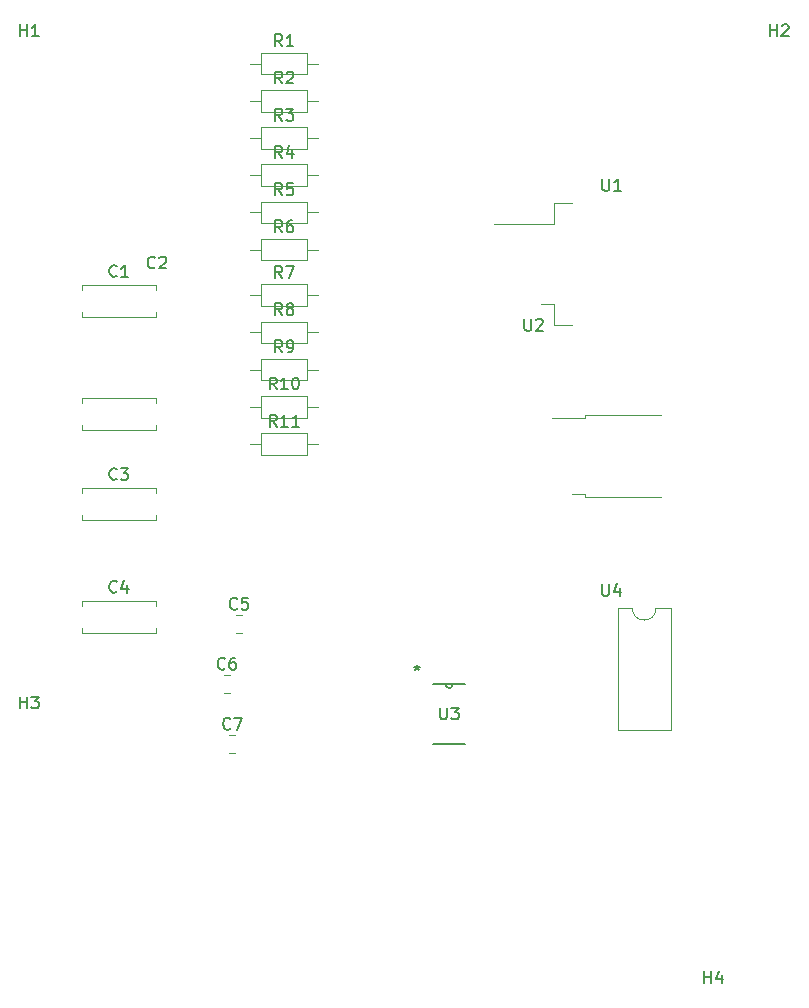
<source format=gbr>
%TF.GenerationSoftware,KiCad,Pcbnew,7.0.8*%
%TF.CreationDate,2023-11-23T12:05:59-03:00*%
%TF.ProjectId,design,64657369-676e-42e6-9b69-6361645f7063,rev?*%
%TF.SameCoordinates,Original*%
%TF.FileFunction,Legend,Top*%
%TF.FilePolarity,Positive*%
%FSLAX46Y46*%
G04 Gerber Fmt 4.6, Leading zero omitted, Abs format (unit mm)*
G04 Created by KiCad (PCBNEW 7.0.8) date 2023-11-23 12:05:59*
%MOMM*%
%LPD*%
G01*
G04 APERTURE LIST*
%ADD10C,0.150000*%
%ADD11C,0.152400*%
%ADD12C,0.120000*%
G04 APERTURE END LIST*
D10*
X144018095Y-113754819D02*
X144018095Y-114564342D01*
X144018095Y-114564342D02*
X144065714Y-114659580D01*
X144065714Y-114659580D02*
X144113333Y-114707200D01*
X144113333Y-114707200D02*
X144208571Y-114754819D01*
X144208571Y-114754819D02*
X144399047Y-114754819D01*
X144399047Y-114754819D02*
X144494285Y-114707200D01*
X144494285Y-114707200D02*
X144541904Y-114659580D01*
X144541904Y-114659580D02*
X144589523Y-114564342D01*
X144589523Y-114564342D02*
X144589523Y-113754819D01*
X144970476Y-113754819D02*
X145589523Y-113754819D01*
X145589523Y-113754819D02*
X145256190Y-114135771D01*
X145256190Y-114135771D02*
X145399047Y-114135771D01*
X145399047Y-114135771D02*
X145494285Y-114183390D01*
X145494285Y-114183390D02*
X145541904Y-114231009D01*
X145541904Y-114231009D02*
X145589523Y-114326247D01*
X145589523Y-114326247D02*
X145589523Y-114564342D01*
X145589523Y-114564342D02*
X145541904Y-114659580D01*
X145541904Y-114659580D02*
X145494285Y-114707200D01*
X145494285Y-114707200D02*
X145399047Y-114754819D01*
X145399047Y-114754819D02*
X145113333Y-114754819D01*
X145113333Y-114754819D02*
X145018095Y-114707200D01*
X145018095Y-114707200D02*
X144970476Y-114659580D01*
X142062200Y-110148019D02*
X142062200Y-110386114D01*
X141824105Y-110290876D02*
X142062200Y-110386114D01*
X142062200Y-110386114D02*
X142300295Y-110290876D01*
X141919343Y-110576590D02*
X142062200Y-110386114D01*
X142062200Y-110386114D02*
X142205057Y-110576590D01*
X142062200Y-110148019D02*
X142062200Y-110386114D01*
X141824105Y-110290876D02*
X142062200Y-110386114D01*
X142062200Y-110386114D02*
X142300295Y-110290876D01*
X141919343Y-110576590D02*
X142062200Y-110386114D01*
X142062200Y-110386114D02*
X142205057Y-110576590D01*
X116633333Y-103929580D02*
X116585714Y-103977200D01*
X116585714Y-103977200D02*
X116442857Y-104024819D01*
X116442857Y-104024819D02*
X116347619Y-104024819D01*
X116347619Y-104024819D02*
X116204762Y-103977200D01*
X116204762Y-103977200D02*
X116109524Y-103881961D01*
X116109524Y-103881961D02*
X116061905Y-103786723D01*
X116061905Y-103786723D02*
X116014286Y-103596247D01*
X116014286Y-103596247D02*
X116014286Y-103453390D01*
X116014286Y-103453390D02*
X116061905Y-103262914D01*
X116061905Y-103262914D02*
X116109524Y-103167676D01*
X116109524Y-103167676D02*
X116204762Y-103072438D01*
X116204762Y-103072438D02*
X116347619Y-103024819D01*
X116347619Y-103024819D02*
X116442857Y-103024819D01*
X116442857Y-103024819D02*
X116585714Y-103072438D01*
X116585714Y-103072438D02*
X116633333Y-103120057D01*
X117490476Y-103358152D02*
X117490476Y-104024819D01*
X117252381Y-102977200D02*
X117014286Y-103691485D01*
X117014286Y-103691485D02*
X117633333Y-103691485D01*
X116633333Y-94379580D02*
X116585714Y-94427200D01*
X116585714Y-94427200D02*
X116442857Y-94474819D01*
X116442857Y-94474819D02*
X116347619Y-94474819D01*
X116347619Y-94474819D02*
X116204762Y-94427200D01*
X116204762Y-94427200D02*
X116109524Y-94331961D01*
X116109524Y-94331961D02*
X116061905Y-94236723D01*
X116061905Y-94236723D02*
X116014286Y-94046247D01*
X116014286Y-94046247D02*
X116014286Y-93903390D01*
X116014286Y-93903390D02*
X116061905Y-93712914D01*
X116061905Y-93712914D02*
X116109524Y-93617676D01*
X116109524Y-93617676D02*
X116204762Y-93522438D01*
X116204762Y-93522438D02*
X116347619Y-93474819D01*
X116347619Y-93474819D02*
X116442857Y-93474819D01*
X116442857Y-93474819D02*
X116585714Y-93522438D01*
X116585714Y-93522438D02*
X116633333Y-93570057D01*
X116966667Y-93474819D02*
X117585714Y-93474819D01*
X117585714Y-93474819D02*
X117252381Y-93855771D01*
X117252381Y-93855771D02*
X117395238Y-93855771D01*
X117395238Y-93855771D02*
X117490476Y-93903390D01*
X117490476Y-93903390D02*
X117538095Y-93951009D01*
X117538095Y-93951009D02*
X117585714Y-94046247D01*
X117585714Y-94046247D02*
X117585714Y-94284342D01*
X117585714Y-94284342D02*
X117538095Y-94379580D01*
X117538095Y-94379580D02*
X117490476Y-94427200D01*
X117490476Y-94427200D02*
X117395238Y-94474819D01*
X117395238Y-94474819D02*
X117109524Y-94474819D01*
X117109524Y-94474819D02*
X117014286Y-94427200D01*
X117014286Y-94427200D02*
X116966667Y-94379580D01*
X116633333Y-77209580D02*
X116585714Y-77257200D01*
X116585714Y-77257200D02*
X116442857Y-77304819D01*
X116442857Y-77304819D02*
X116347619Y-77304819D01*
X116347619Y-77304819D02*
X116204762Y-77257200D01*
X116204762Y-77257200D02*
X116109524Y-77161961D01*
X116109524Y-77161961D02*
X116061905Y-77066723D01*
X116061905Y-77066723D02*
X116014286Y-76876247D01*
X116014286Y-76876247D02*
X116014286Y-76733390D01*
X116014286Y-76733390D02*
X116061905Y-76542914D01*
X116061905Y-76542914D02*
X116109524Y-76447676D01*
X116109524Y-76447676D02*
X116204762Y-76352438D01*
X116204762Y-76352438D02*
X116347619Y-76304819D01*
X116347619Y-76304819D02*
X116442857Y-76304819D01*
X116442857Y-76304819D02*
X116585714Y-76352438D01*
X116585714Y-76352438D02*
X116633333Y-76400057D01*
X117585714Y-77304819D02*
X117014286Y-77304819D01*
X117300000Y-77304819D02*
X117300000Y-76304819D01*
X117300000Y-76304819D02*
X117204762Y-76447676D01*
X117204762Y-76447676D02*
X117109524Y-76542914D01*
X117109524Y-76542914D02*
X117014286Y-76590533D01*
X130167142Y-89974819D02*
X129833809Y-89498628D01*
X129595714Y-89974819D02*
X129595714Y-88974819D01*
X129595714Y-88974819D02*
X129976666Y-88974819D01*
X129976666Y-88974819D02*
X130071904Y-89022438D01*
X130071904Y-89022438D02*
X130119523Y-89070057D01*
X130119523Y-89070057D02*
X130167142Y-89165295D01*
X130167142Y-89165295D02*
X130167142Y-89308152D01*
X130167142Y-89308152D02*
X130119523Y-89403390D01*
X130119523Y-89403390D02*
X130071904Y-89451009D01*
X130071904Y-89451009D02*
X129976666Y-89498628D01*
X129976666Y-89498628D02*
X129595714Y-89498628D01*
X131119523Y-89974819D02*
X130548095Y-89974819D01*
X130833809Y-89974819D02*
X130833809Y-88974819D01*
X130833809Y-88974819D02*
X130738571Y-89117676D01*
X130738571Y-89117676D02*
X130643333Y-89212914D01*
X130643333Y-89212914D02*
X130548095Y-89260533D01*
X132071904Y-89974819D02*
X131500476Y-89974819D01*
X131786190Y-89974819D02*
X131786190Y-88974819D01*
X131786190Y-88974819D02*
X131690952Y-89117676D01*
X131690952Y-89117676D02*
X131595714Y-89212914D01*
X131595714Y-89212914D02*
X131500476Y-89260533D01*
X130167142Y-86824819D02*
X129833809Y-86348628D01*
X129595714Y-86824819D02*
X129595714Y-85824819D01*
X129595714Y-85824819D02*
X129976666Y-85824819D01*
X129976666Y-85824819D02*
X130071904Y-85872438D01*
X130071904Y-85872438D02*
X130119523Y-85920057D01*
X130119523Y-85920057D02*
X130167142Y-86015295D01*
X130167142Y-86015295D02*
X130167142Y-86158152D01*
X130167142Y-86158152D02*
X130119523Y-86253390D01*
X130119523Y-86253390D02*
X130071904Y-86301009D01*
X130071904Y-86301009D02*
X129976666Y-86348628D01*
X129976666Y-86348628D02*
X129595714Y-86348628D01*
X131119523Y-86824819D02*
X130548095Y-86824819D01*
X130833809Y-86824819D02*
X130833809Y-85824819D01*
X130833809Y-85824819D02*
X130738571Y-85967676D01*
X130738571Y-85967676D02*
X130643333Y-86062914D01*
X130643333Y-86062914D02*
X130548095Y-86110533D01*
X131738571Y-85824819D02*
X131833809Y-85824819D01*
X131833809Y-85824819D02*
X131929047Y-85872438D01*
X131929047Y-85872438D02*
X131976666Y-85920057D01*
X131976666Y-85920057D02*
X132024285Y-86015295D01*
X132024285Y-86015295D02*
X132071904Y-86205771D01*
X132071904Y-86205771D02*
X132071904Y-86443866D01*
X132071904Y-86443866D02*
X132024285Y-86634342D01*
X132024285Y-86634342D02*
X131976666Y-86729580D01*
X131976666Y-86729580D02*
X131929047Y-86777200D01*
X131929047Y-86777200D02*
X131833809Y-86824819D01*
X131833809Y-86824819D02*
X131738571Y-86824819D01*
X131738571Y-86824819D02*
X131643333Y-86777200D01*
X131643333Y-86777200D02*
X131595714Y-86729580D01*
X131595714Y-86729580D02*
X131548095Y-86634342D01*
X131548095Y-86634342D02*
X131500476Y-86443866D01*
X131500476Y-86443866D02*
X131500476Y-86205771D01*
X131500476Y-86205771D02*
X131548095Y-86015295D01*
X131548095Y-86015295D02*
X131595714Y-85920057D01*
X131595714Y-85920057D02*
X131643333Y-85872438D01*
X131643333Y-85872438D02*
X131738571Y-85824819D01*
X130643333Y-83674819D02*
X130310000Y-83198628D01*
X130071905Y-83674819D02*
X130071905Y-82674819D01*
X130071905Y-82674819D02*
X130452857Y-82674819D01*
X130452857Y-82674819D02*
X130548095Y-82722438D01*
X130548095Y-82722438D02*
X130595714Y-82770057D01*
X130595714Y-82770057D02*
X130643333Y-82865295D01*
X130643333Y-82865295D02*
X130643333Y-83008152D01*
X130643333Y-83008152D02*
X130595714Y-83103390D01*
X130595714Y-83103390D02*
X130548095Y-83151009D01*
X130548095Y-83151009D02*
X130452857Y-83198628D01*
X130452857Y-83198628D02*
X130071905Y-83198628D01*
X131119524Y-83674819D02*
X131310000Y-83674819D01*
X131310000Y-83674819D02*
X131405238Y-83627200D01*
X131405238Y-83627200D02*
X131452857Y-83579580D01*
X131452857Y-83579580D02*
X131548095Y-83436723D01*
X131548095Y-83436723D02*
X131595714Y-83246247D01*
X131595714Y-83246247D02*
X131595714Y-82865295D01*
X131595714Y-82865295D02*
X131548095Y-82770057D01*
X131548095Y-82770057D02*
X131500476Y-82722438D01*
X131500476Y-82722438D02*
X131405238Y-82674819D01*
X131405238Y-82674819D02*
X131214762Y-82674819D01*
X131214762Y-82674819D02*
X131119524Y-82722438D01*
X131119524Y-82722438D02*
X131071905Y-82770057D01*
X131071905Y-82770057D02*
X131024286Y-82865295D01*
X131024286Y-82865295D02*
X131024286Y-83103390D01*
X131024286Y-83103390D02*
X131071905Y-83198628D01*
X131071905Y-83198628D02*
X131119524Y-83246247D01*
X131119524Y-83246247D02*
X131214762Y-83293866D01*
X131214762Y-83293866D02*
X131405238Y-83293866D01*
X131405238Y-83293866D02*
X131500476Y-83246247D01*
X131500476Y-83246247D02*
X131548095Y-83198628D01*
X131548095Y-83198628D02*
X131595714Y-83103390D01*
X130643333Y-80524819D02*
X130310000Y-80048628D01*
X130071905Y-80524819D02*
X130071905Y-79524819D01*
X130071905Y-79524819D02*
X130452857Y-79524819D01*
X130452857Y-79524819D02*
X130548095Y-79572438D01*
X130548095Y-79572438D02*
X130595714Y-79620057D01*
X130595714Y-79620057D02*
X130643333Y-79715295D01*
X130643333Y-79715295D02*
X130643333Y-79858152D01*
X130643333Y-79858152D02*
X130595714Y-79953390D01*
X130595714Y-79953390D02*
X130548095Y-80001009D01*
X130548095Y-80001009D02*
X130452857Y-80048628D01*
X130452857Y-80048628D02*
X130071905Y-80048628D01*
X131214762Y-79953390D02*
X131119524Y-79905771D01*
X131119524Y-79905771D02*
X131071905Y-79858152D01*
X131071905Y-79858152D02*
X131024286Y-79762914D01*
X131024286Y-79762914D02*
X131024286Y-79715295D01*
X131024286Y-79715295D02*
X131071905Y-79620057D01*
X131071905Y-79620057D02*
X131119524Y-79572438D01*
X131119524Y-79572438D02*
X131214762Y-79524819D01*
X131214762Y-79524819D02*
X131405238Y-79524819D01*
X131405238Y-79524819D02*
X131500476Y-79572438D01*
X131500476Y-79572438D02*
X131548095Y-79620057D01*
X131548095Y-79620057D02*
X131595714Y-79715295D01*
X131595714Y-79715295D02*
X131595714Y-79762914D01*
X131595714Y-79762914D02*
X131548095Y-79858152D01*
X131548095Y-79858152D02*
X131500476Y-79905771D01*
X131500476Y-79905771D02*
X131405238Y-79953390D01*
X131405238Y-79953390D02*
X131214762Y-79953390D01*
X131214762Y-79953390D02*
X131119524Y-80001009D01*
X131119524Y-80001009D02*
X131071905Y-80048628D01*
X131071905Y-80048628D02*
X131024286Y-80143866D01*
X131024286Y-80143866D02*
X131024286Y-80334342D01*
X131024286Y-80334342D02*
X131071905Y-80429580D01*
X131071905Y-80429580D02*
X131119524Y-80477200D01*
X131119524Y-80477200D02*
X131214762Y-80524819D01*
X131214762Y-80524819D02*
X131405238Y-80524819D01*
X131405238Y-80524819D02*
X131500476Y-80477200D01*
X131500476Y-80477200D02*
X131548095Y-80429580D01*
X131548095Y-80429580D02*
X131595714Y-80334342D01*
X131595714Y-80334342D02*
X131595714Y-80143866D01*
X131595714Y-80143866D02*
X131548095Y-80048628D01*
X131548095Y-80048628D02*
X131500476Y-80001009D01*
X131500476Y-80001009D02*
X131405238Y-79953390D01*
X130643333Y-77374819D02*
X130310000Y-76898628D01*
X130071905Y-77374819D02*
X130071905Y-76374819D01*
X130071905Y-76374819D02*
X130452857Y-76374819D01*
X130452857Y-76374819D02*
X130548095Y-76422438D01*
X130548095Y-76422438D02*
X130595714Y-76470057D01*
X130595714Y-76470057D02*
X130643333Y-76565295D01*
X130643333Y-76565295D02*
X130643333Y-76708152D01*
X130643333Y-76708152D02*
X130595714Y-76803390D01*
X130595714Y-76803390D02*
X130548095Y-76851009D01*
X130548095Y-76851009D02*
X130452857Y-76898628D01*
X130452857Y-76898628D02*
X130071905Y-76898628D01*
X130976667Y-76374819D02*
X131643333Y-76374819D01*
X131643333Y-76374819D02*
X131214762Y-77374819D01*
X166365595Y-137084819D02*
X166365595Y-136084819D01*
X166365595Y-136561009D02*
X166937023Y-136561009D01*
X166937023Y-137084819D02*
X166937023Y-136084819D01*
X167841785Y-136418152D02*
X167841785Y-137084819D01*
X167603690Y-136037200D02*
X167365595Y-136751485D01*
X167365595Y-136751485D02*
X167984642Y-136751485D01*
X108458095Y-113824819D02*
X108458095Y-112824819D01*
X108458095Y-113301009D02*
X109029523Y-113301009D01*
X109029523Y-113824819D02*
X109029523Y-112824819D01*
X109410476Y-112824819D02*
X110029523Y-112824819D01*
X110029523Y-112824819D02*
X109696190Y-113205771D01*
X109696190Y-113205771D02*
X109839047Y-113205771D01*
X109839047Y-113205771D02*
X109934285Y-113253390D01*
X109934285Y-113253390D02*
X109981904Y-113301009D01*
X109981904Y-113301009D02*
X110029523Y-113396247D01*
X110029523Y-113396247D02*
X110029523Y-113634342D01*
X110029523Y-113634342D02*
X109981904Y-113729580D01*
X109981904Y-113729580D02*
X109934285Y-113777200D01*
X109934285Y-113777200D02*
X109839047Y-113824819D01*
X109839047Y-113824819D02*
X109553333Y-113824819D01*
X109553333Y-113824819D02*
X109458095Y-113777200D01*
X109458095Y-113777200D02*
X109410476Y-113729580D01*
X171958095Y-56914819D02*
X171958095Y-55914819D01*
X171958095Y-56391009D02*
X172529523Y-56391009D01*
X172529523Y-56914819D02*
X172529523Y-55914819D01*
X172958095Y-56010057D02*
X173005714Y-55962438D01*
X173005714Y-55962438D02*
X173100952Y-55914819D01*
X173100952Y-55914819D02*
X173339047Y-55914819D01*
X173339047Y-55914819D02*
X173434285Y-55962438D01*
X173434285Y-55962438D02*
X173481904Y-56010057D01*
X173481904Y-56010057D02*
X173529523Y-56105295D01*
X173529523Y-56105295D02*
X173529523Y-56200533D01*
X173529523Y-56200533D02*
X173481904Y-56343390D01*
X173481904Y-56343390D02*
X172910476Y-56914819D01*
X172910476Y-56914819D02*
X173529523Y-56914819D01*
X108458095Y-56914819D02*
X108458095Y-55914819D01*
X108458095Y-56391009D02*
X109029523Y-56391009D01*
X109029523Y-56914819D02*
X109029523Y-55914819D01*
X110029523Y-56914819D02*
X109458095Y-56914819D01*
X109743809Y-56914819D02*
X109743809Y-55914819D01*
X109743809Y-55914819D02*
X109648571Y-56057676D01*
X109648571Y-56057676D02*
X109553333Y-56152914D01*
X109553333Y-56152914D02*
X109458095Y-56200533D01*
X126260833Y-115519580D02*
X126213214Y-115567200D01*
X126213214Y-115567200D02*
X126070357Y-115614819D01*
X126070357Y-115614819D02*
X125975119Y-115614819D01*
X125975119Y-115614819D02*
X125832262Y-115567200D01*
X125832262Y-115567200D02*
X125737024Y-115471961D01*
X125737024Y-115471961D02*
X125689405Y-115376723D01*
X125689405Y-115376723D02*
X125641786Y-115186247D01*
X125641786Y-115186247D02*
X125641786Y-115043390D01*
X125641786Y-115043390D02*
X125689405Y-114852914D01*
X125689405Y-114852914D02*
X125737024Y-114757676D01*
X125737024Y-114757676D02*
X125832262Y-114662438D01*
X125832262Y-114662438D02*
X125975119Y-114614819D01*
X125975119Y-114614819D02*
X126070357Y-114614819D01*
X126070357Y-114614819D02*
X126213214Y-114662438D01*
X126213214Y-114662438D02*
X126260833Y-114710057D01*
X126594167Y-114614819D02*
X127260833Y-114614819D01*
X127260833Y-114614819D02*
X126832262Y-115614819D01*
X125795833Y-110439580D02*
X125748214Y-110487200D01*
X125748214Y-110487200D02*
X125605357Y-110534819D01*
X125605357Y-110534819D02*
X125510119Y-110534819D01*
X125510119Y-110534819D02*
X125367262Y-110487200D01*
X125367262Y-110487200D02*
X125272024Y-110391961D01*
X125272024Y-110391961D02*
X125224405Y-110296723D01*
X125224405Y-110296723D02*
X125176786Y-110106247D01*
X125176786Y-110106247D02*
X125176786Y-109963390D01*
X125176786Y-109963390D02*
X125224405Y-109772914D01*
X125224405Y-109772914D02*
X125272024Y-109677676D01*
X125272024Y-109677676D02*
X125367262Y-109582438D01*
X125367262Y-109582438D02*
X125510119Y-109534819D01*
X125510119Y-109534819D02*
X125605357Y-109534819D01*
X125605357Y-109534819D02*
X125748214Y-109582438D01*
X125748214Y-109582438D02*
X125795833Y-109630057D01*
X126652976Y-109534819D02*
X126462500Y-109534819D01*
X126462500Y-109534819D02*
X126367262Y-109582438D01*
X126367262Y-109582438D02*
X126319643Y-109630057D01*
X126319643Y-109630057D02*
X126224405Y-109772914D01*
X126224405Y-109772914D02*
X126176786Y-109963390D01*
X126176786Y-109963390D02*
X126176786Y-110344342D01*
X126176786Y-110344342D02*
X126224405Y-110439580D01*
X126224405Y-110439580D02*
X126272024Y-110487200D01*
X126272024Y-110487200D02*
X126367262Y-110534819D01*
X126367262Y-110534819D02*
X126557738Y-110534819D01*
X126557738Y-110534819D02*
X126652976Y-110487200D01*
X126652976Y-110487200D02*
X126700595Y-110439580D01*
X126700595Y-110439580D02*
X126748214Y-110344342D01*
X126748214Y-110344342D02*
X126748214Y-110106247D01*
X126748214Y-110106247D02*
X126700595Y-110011009D01*
X126700595Y-110011009D02*
X126652976Y-109963390D01*
X126652976Y-109963390D02*
X126557738Y-109915771D01*
X126557738Y-109915771D02*
X126367262Y-109915771D01*
X126367262Y-109915771D02*
X126272024Y-109963390D01*
X126272024Y-109963390D02*
X126224405Y-110011009D01*
X126224405Y-110011009D02*
X126176786Y-110106247D01*
X126833333Y-105359580D02*
X126785714Y-105407200D01*
X126785714Y-105407200D02*
X126642857Y-105454819D01*
X126642857Y-105454819D02*
X126547619Y-105454819D01*
X126547619Y-105454819D02*
X126404762Y-105407200D01*
X126404762Y-105407200D02*
X126309524Y-105311961D01*
X126309524Y-105311961D02*
X126261905Y-105216723D01*
X126261905Y-105216723D02*
X126214286Y-105026247D01*
X126214286Y-105026247D02*
X126214286Y-104883390D01*
X126214286Y-104883390D02*
X126261905Y-104692914D01*
X126261905Y-104692914D02*
X126309524Y-104597676D01*
X126309524Y-104597676D02*
X126404762Y-104502438D01*
X126404762Y-104502438D02*
X126547619Y-104454819D01*
X126547619Y-104454819D02*
X126642857Y-104454819D01*
X126642857Y-104454819D02*
X126785714Y-104502438D01*
X126785714Y-104502438D02*
X126833333Y-104550057D01*
X127738095Y-104454819D02*
X127261905Y-104454819D01*
X127261905Y-104454819D02*
X127214286Y-104931009D01*
X127214286Y-104931009D02*
X127261905Y-104883390D01*
X127261905Y-104883390D02*
X127357143Y-104835771D01*
X127357143Y-104835771D02*
X127595238Y-104835771D01*
X127595238Y-104835771D02*
X127690476Y-104883390D01*
X127690476Y-104883390D02*
X127738095Y-104931009D01*
X127738095Y-104931009D02*
X127785714Y-105026247D01*
X127785714Y-105026247D02*
X127785714Y-105264342D01*
X127785714Y-105264342D02*
X127738095Y-105359580D01*
X127738095Y-105359580D02*
X127690476Y-105407200D01*
X127690476Y-105407200D02*
X127595238Y-105454819D01*
X127595238Y-105454819D02*
X127357143Y-105454819D01*
X127357143Y-105454819D02*
X127261905Y-105407200D01*
X127261905Y-105407200D02*
X127214286Y-105359580D01*
X119870833Y-76479580D02*
X119823214Y-76527200D01*
X119823214Y-76527200D02*
X119680357Y-76574819D01*
X119680357Y-76574819D02*
X119585119Y-76574819D01*
X119585119Y-76574819D02*
X119442262Y-76527200D01*
X119442262Y-76527200D02*
X119347024Y-76431961D01*
X119347024Y-76431961D02*
X119299405Y-76336723D01*
X119299405Y-76336723D02*
X119251786Y-76146247D01*
X119251786Y-76146247D02*
X119251786Y-76003390D01*
X119251786Y-76003390D02*
X119299405Y-75812914D01*
X119299405Y-75812914D02*
X119347024Y-75717676D01*
X119347024Y-75717676D02*
X119442262Y-75622438D01*
X119442262Y-75622438D02*
X119585119Y-75574819D01*
X119585119Y-75574819D02*
X119680357Y-75574819D01*
X119680357Y-75574819D02*
X119823214Y-75622438D01*
X119823214Y-75622438D02*
X119870833Y-75670057D01*
X120251786Y-75670057D02*
X120299405Y-75622438D01*
X120299405Y-75622438D02*
X120394643Y-75574819D01*
X120394643Y-75574819D02*
X120632738Y-75574819D01*
X120632738Y-75574819D02*
X120727976Y-75622438D01*
X120727976Y-75622438D02*
X120775595Y-75670057D01*
X120775595Y-75670057D02*
X120823214Y-75765295D01*
X120823214Y-75765295D02*
X120823214Y-75860533D01*
X120823214Y-75860533D02*
X120775595Y-76003390D01*
X120775595Y-76003390D02*
X120204167Y-76574819D01*
X120204167Y-76574819D02*
X120823214Y-76574819D01*
X157733095Y-103299819D02*
X157733095Y-104109342D01*
X157733095Y-104109342D02*
X157780714Y-104204580D01*
X157780714Y-104204580D02*
X157828333Y-104252200D01*
X157828333Y-104252200D02*
X157923571Y-104299819D01*
X157923571Y-104299819D02*
X158114047Y-104299819D01*
X158114047Y-104299819D02*
X158209285Y-104252200D01*
X158209285Y-104252200D02*
X158256904Y-104204580D01*
X158256904Y-104204580D02*
X158304523Y-104109342D01*
X158304523Y-104109342D02*
X158304523Y-103299819D01*
X159209285Y-103633152D02*
X159209285Y-104299819D01*
X158971190Y-103252200D02*
X158733095Y-103966485D01*
X158733095Y-103966485D02*
X159352142Y-103966485D01*
X151153095Y-80849819D02*
X151153095Y-81659342D01*
X151153095Y-81659342D02*
X151200714Y-81754580D01*
X151200714Y-81754580D02*
X151248333Y-81802200D01*
X151248333Y-81802200D02*
X151343571Y-81849819D01*
X151343571Y-81849819D02*
X151534047Y-81849819D01*
X151534047Y-81849819D02*
X151629285Y-81802200D01*
X151629285Y-81802200D02*
X151676904Y-81754580D01*
X151676904Y-81754580D02*
X151724523Y-81659342D01*
X151724523Y-81659342D02*
X151724523Y-80849819D01*
X152153095Y-80945057D02*
X152200714Y-80897438D01*
X152200714Y-80897438D02*
X152295952Y-80849819D01*
X152295952Y-80849819D02*
X152534047Y-80849819D01*
X152534047Y-80849819D02*
X152629285Y-80897438D01*
X152629285Y-80897438D02*
X152676904Y-80945057D01*
X152676904Y-80945057D02*
X152724523Y-81040295D01*
X152724523Y-81040295D02*
X152724523Y-81135533D01*
X152724523Y-81135533D02*
X152676904Y-81278390D01*
X152676904Y-81278390D02*
X152105476Y-81849819D01*
X152105476Y-81849819D02*
X152724523Y-81849819D01*
X157758095Y-69004819D02*
X157758095Y-69814342D01*
X157758095Y-69814342D02*
X157805714Y-69909580D01*
X157805714Y-69909580D02*
X157853333Y-69957200D01*
X157853333Y-69957200D02*
X157948571Y-70004819D01*
X157948571Y-70004819D02*
X158139047Y-70004819D01*
X158139047Y-70004819D02*
X158234285Y-69957200D01*
X158234285Y-69957200D02*
X158281904Y-69909580D01*
X158281904Y-69909580D02*
X158329523Y-69814342D01*
X158329523Y-69814342D02*
X158329523Y-69004819D01*
X159329523Y-70004819D02*
X158758095Y-70004819D01*
X159043809Y-70004819D02*
X159043809Y-69004819D01*
X159043809Y-69004819D02*
X158948571Y-69147676D01*
X158948571Y-69147676D02*
X158853333Y-69242914D01*
X158853333Y-69242914D02*
X158758095Y-69290533D01*
X130643333Y-73514819D02*
X130310000Y-73038628D01*
X130071905Y-73514819D02*
X130071905Y-72514819D01*
X130071905Y-72514819D02*
X130452857Y-72514819D01*
X130452857Y-72514819D02*
X130548095Y-72562438D01*
X130548095Y-72562438D02*
X130595714Y-72610057D01*
X130595714Y-72610057D02*
X130643333Y-72705295D01*
X130643333Y-72705295D02*
X130643333Y-72848152D01*
X130643333Y-72848152D02*
X130595714Y-72943390D01*
X130595714Y-72943390D02*
X130548095Y-72991009D01*
X130548095Y-72991009D02*
X130452857Y-73038628D01*
X130452857Y-73038628D02*
X130071905Y-73038628D01*
X131500476Y-72514819D02*
X131310000Y-72514819D01*
X131310000Y-72514819D02*
X131214762Y-72562438D01*
X131214762Y-72562438D02*
X131167143Y-72610057D01*
X131167143Y-72610057D02*
X131071905Y-72752914D01*
X131071905Y-72752914D02*
X131024286Y-72943390D01*
X131024286Y-72943390D02*
X131024286Y-73324342D01*
X131024286Y-73324342D02*
X131071905Y-73419580D01*
X131071905Y-73419580D02*
X131119524Y-73467200D01*
X131119524Y-73467200D02*
X131214762Y-73514819D01*
X131214762Y-73514819D02*
X131405238Y-73514819D01*
X131405238Y-73514819D02*
X131500476Y-73467200D01*
X131500476Y-73467200D02*
X131548095Y-73419580D01*
X131548095Y-73419580D02*
X131595714Y-73324342D01*
X131595714Y-73324342D02*
X131595714Y-73086247D01*
X131595714Y-73086247D02*
X131548095Y-72991009D01*
X131548095Y-72991009D02*
X131500476Y-72943390D01*
X131500476Y-72943390D02*
X131405238Y-72895771D01*
X131405238Y-72895771D02*
X131214762Y-72895771D01*
X131214762Y-72895771D02*
X131119524Y-72943390D01*
X131119524Y-72943390D02*
X131071905Y-72991009D01*
X131071905Y-72991009D02*
X131024286Y-73086247D01*
X130643333Y-70364819D02*
X130310000Y-69888628D01*
X130071905Y-70364819D02*
X130071905Y-69364819D01*
X130071905Y-69364819D02*
X130452857Y-69364819D01*
X130452857Y-69364819D02*
X130548095Y-69412438D01*
X130548095Y-69412438D02*
X130595714Y-69460057D01*
X130595714Y-69460057D02*
X130643333Y-69555295D01*
X130643333Y-69555295D02*
X130643333Y-69698152D01*
X130643333Y-69698152D02*
X130595714Y-69793390D01*
X130595714Y-69793390D02*
X130548095Y-69841009D01*
X130548095Y-69841009D02*
X130452857Y-69888628D01*
X130452857Y-69888628D02*
X130071905Y-69888628D01*
X131548095Y-69364819D02*
X131071905Y-69364819D01*
X131071905Y-69364819D02*
X131024286Y-69841009D01*
X131024286Y-69841009D02*
X131071905Y-69793390D01*
X131071905Y-69793390D02*
X131167143Y-69745771D01*
X131167143Y-69745771D02*
X131405238Y-69745771D01*
X131405238Y-69745771D02*
X131500476Y-69793390D01*
X131500476Y-69793390D02*
X131548095Y-69841009D01*
X131548095Y-69841009D02*
X131595714Y-69936247D01*
X131595714Y-69936247D02*
X131595714Y-70174342D01*
X131595714Y-70174342D02*
X131548095Y-70269580D01*
X131548095Y-70269580D02*
X131500476Y-70317200D01*
X131500476Y-70317200D02*
X131405238Y-70364819D01*
X131405238Y-70364819D02*
X131167143Y-70364819D01*
X131167143Y-70364819D02*
X131071905Y-70317200D01*
X131071905Y-70317200D02*
X131024286Y-70269580D01*
X130643333Y-67214819D02*
X130310000Y-66738628D01*
X130071905Y-67214819D02*
X130071905Y-66214819D01*
X130071905Y-66214819D02*
X130452857Y-66214819D01*
X130452857Y-66214819D02*
X130548095Y-66262438D01*
X130548095Y-66262438D02*
X130595714Y-66310057D01*
X130595714Y-66310057D02*
X130643333Y-66405295D01*
X130643333Y-66405295D02*
X130643333Y-66548152D01*
X130643333Y-66548152D02*
X130595714Y-66643390D01*
X130595714Y-66643390D02*
X130548095Y-66691009D01*
X130548095Y-66691009D02*
X130452857Y-66738628D01*
X130452857Y-66738628D02*
X130071905Y-66738628D01*
X131500476Y-66548152D02*
X131500476Y-67214819D01*
X131262381Y-66167200D02*
X131024286Y-66881485D01*
X131024286Y-66881485D02*
X131643333Y-66881485D01*
X130643333Y-64064819D02*
X130310000Y-63588628D01*
X130071905Y-64064819D02*
X130071905Y-63064819D01*
X130071905Y-63064819D02*
X130452857Y-63064819D01*
X130452857Y-63064819D02*
X130548095Y-63112438D01*
X130548095Y-63112438D02*
X130595714Y-63160057D01*
X130595714Y-63160057D02*
X130643333Y-63255295D01*
X130643333Y-63255295D02*
X130643333Y-63398152D01*
X130643333Y-63398152D02*
X130595714Y-63493390D01*
X130595714Y-63493390D02*
X130548095Y-63541009D01*
X130548095Y-63541009D02*
X130452857Y-63588628D01*
X130452857Y-63588628D02*
X130071905Y-63588628D01*
X130976667Y-63064819D02*
X131595714Y-63064819D01*
X131595714Y-63064819D02*
X131262381Y-63445771D01*
X131262381Y-63445771D02*
X131405238Y-63445771D01*
X131405238Y-63445771D02*
X131500476Y-63493390D01*
X131500476Y-63493390D02*
X131548095Y-63541009D01*
X131548095Y-63541009D02*
X131595714Y-63636247D01*
X131595714Y-63636247D02*
X131595714Y-63874342D01*
X131595714Y-63874342D02*
X131548095Y-63969580D01*
X131548095Y-63969580D02*
X131500476Y-64017200D01*
X131500476Y-64017200D02*
X131405238Y-64064819D01*
X131405238Y-64064819D02*
X131119524Y-64064819D01*
X131119524Y-64064819D02*
X131024286Y-64017200D01*
X131024286Y-64017200D02*
X130976667Y-63969580D01*
X130643333Y-60914819D02*
X130310000Y-60438628D01*
X130071905Y-60914819D02*
X130071905Y-59914819D01*
X130071905Y-59914819D02*
X130452857Y-59914819D01*
X130452857Y-59914819D02*
X130548095Y-59962438D01*
X130548095Y-59962438D02*
X130595714Y-60010057D01*
X130595714Y-60010057D02*
X130643333Y-60105295D01*
X130643333Y-60105295D02*
X130643333Y-60248152D01*
X130643333Y-60248152D02*
X130595714Y-60343390D01*
X130595714Y-60343390D02*
X130548095Y-60391009D01*
X130548095Y-60391009D02*
X130452857Y-60438628D01*
X130452857Y-60438628D02*
X130071905Y-60438628D01*
X131024286Y-60010057D02*
X131071905Y-59962438D01*
X131071905Y-59962438D02*
X131167143Y-59914819D01*
X131167143Y-59914819D02*
X131405238Y-59914819D01*
X131405238Y-59914819D02*
X131500476Y-59962438D01*
X131500476Y-59962438D02*
X131548095Y-60010057D01*
X131548095Y-60010057D02*
X131595714Y-60105295D01*
X131595714Y-60105295D02*
X131595714Y-60200533D01*
X131595714Y-60200533D02*
X131548095Y-60343390D01*
X131548095Y-60343390D02*
X130976667Y-60914819D01*
X130976667Y-60914819D02*
X131595714Y-60914819D01*
X130643333Y-57764819D02*
X130310000Y-57288628D01*
X130071905Y-57764819D02*
X130071905Y-56764819D01*
X130071905Y-56764819D02*
X130452857Y-56764819D01*
X130452857Y-56764819D02*
X130548095Y-56812438D01*
X130548095Y-56812438D02*
X130595714Y-56860057D01*
X130595714Y-56860057D02*
X130643333Y-56955295D01*
X130643333Y-56955295D02*
X130643333Y-57098152D01*
X130643333Y-57098152D02*
X130595714Y-57193390D01*
X130595714Y-57193390D02*
X130548095Y-57241009D01*
X130548095Y-57241009D02*
X130452857Y-57288628D01*
X130452857Y-57288628D02*
X130071905Y-57288628D01*
X131595714Y-57764819D02*
X131024286Y-57764819D01*
X131310000Y-57764819D02*
X131310000Y-56764819D01*
X131310000Y-56764819D02*
X131214762Y-56907676D01*
X131214762Y-56907676D02*
X131119524Y-57002914D01*
X131119524Y-57002914D02*
X131024286Y-57050533D01*
D11*
%TO.C,U3*%
X143406347Y-116801900D02*
X146153653Y-116801900D01*
X146153653Y-111798100D02*
X143406347Y-111798100D01*
X144475200Y-111798100D02*
G75*
G03*
X145084800Y-111798100I304800J0D01*
G01*
D12*
%TO.C,C4*%
X113680000Y-107440000D02*
X119920000Y-107440000D01*
X113680000Y-104700000D02*
X113680000Y-105145000D01*
X113680000Y-104700000D02*
X119920000Y-104700000D01*
X119920000Y-104700000D02*
X119920000Y-105145000D01*
X119920000Y-106995000D02*
X119920000Y-107440000D01*
X113680000Y-106995000D02*
X113680000Y-107440000D01*
%TO.C,C3*%
X113680000Y-97890000D02*
X119920000Y-97890000D01*
X113680000Y-95150000D02*
X113680000Y-95595000D01*
X113680000Y-95150000D02*
X119920000Y-95150000D01*
X119920000Y-95150000D02*
X119920000Y-95595000D01*
X119920000Y-97445000D02*
X119920000Y-97890000D01*
X113680000Y-97445000D02*
X113680000Y-97890000D01*
%TO.C,C1*%
X113680000Y-80720000D02*
X119920000Y-80720000D01*
X113680000Y-77980000D02*
X113680000Y-78425000D01*
X113680000Y-77980000D02*
X119920000Y-77980000D01*
X119920000Y-77980000D02*
X119920000Y-78425000D01*
X119920000Y-80275000D02*
X119920000Y-80720000D01*
X113680000Y-80275000D02*
X113680000Y-80720000D01*
%TO.C,R11*%
X127940000Y-91440000D02*
X128890000Y-91440000D01*
X128890000Y-90520000D02*
X128890000Y-92360000D01*
X133680000Y-91440000D02*
X132730000Y-91440000D01*
X128890000Y-92360000D02*
X132730000Y-92360000D01*
X132730000Y-90520000D02*
X128890000Y-90520000D01*
X132730000Y-92360000D02*
X132730000Y-90520000D01*
%TO.C,R10*%
X127940000Y-88290000D02*
X128890000Y-88290000D01*
X128890000Y-87370000D02*
X128890000Y-89210000D01*
X133680000Y-88290000D02*
X132730000Y-88290000D01*
X128890000Y-89210000D02*
X132730000Y-89210000D01*
X132730000Y-87370000D02*
X128890000Y-87370000D01*
X132730000Y-89210000D02*
X132730000Y-87370000D01*
%TO.C,R9*%
X127940000Y-85140000D02*
X128890000Y-85140000D01*
X128890000Y-84220000D02*
X128890000Y-86060000D01*
X133680000Y-85140000D02*
X132730000Y-85140000D01*
X128890000Y-86060000D02*
X132730000Y-86060000D01*
X132730000Y-84220000D02*
X128890000Y-84220000D01*
X132730000Y-86060000D02*
X132730000Y-84220000D01*
%TO.C,R8*%
X127940000Y-81990000D02*
X128890000Y-81990000D01*
X128890000Y-81070000D02*
X128890000Y-82910000D01*
X133680000Y-81990000D02*
X132730000Y-81990000D01*
X128890000Y-82910000D02*
X132730000Y-82910000D01*
X132730000Y-81070000D02*
X128890000Y-81070000D01*
X132730000Y-82910000D02*
X132730000Y-81070000D01*
%TO.C,R7*%
X127940000Y-78840000D02*
X128890000Y-78840000D01*
X128890000Y-77920000D02*
X128890000Y-79760000D01*
X133680000Y-78840000D02*
X132730000Y-78840000D01*
X128890000Y-79760000D02*
X132730000Y-79760000D01*
X132730000Y-77920000D02*
X128890000Y-77920000D01*
X132730000Y-79760000D02*
X132730000Y-77920000D01*
%TO.C,C7*%
X126166248Y-116105000D02*
X126688752Y-116105000D01*
X126166248Y-117575000D02*
X126688752Y-117575000D01*
%TO.C,C6*%
X125701248Y-111025000D02*
X126223752Y-111025000D01*
X125701248Y-112495000D02*
X126223752Y-112495000D01*
%TO.C,C5*%
X126738748Y-105945000D02*
X127261252Y-105945000D01*
X126738748Y-107415000D02*
X127261252Y-107415000D01*
%TO.C,C2*%
X113680000Y-89825000D02*
X113680000Y-90270000D01*
X119920000Y-89825000D02*
X119920000Y-90270000D01*
X119920000Y-87530000D02*
X119920000Y-87975000D01*
X113680000Y-87530000D02*
X119920000Y-87530000D01*
X113680000Y-87530000D02*
X113680000Y-87975000D01*
X113680000Y-90270000D02*
X119920000Y-90270000D01*
%TO.C,U4*%
X159040000Y-105350000D02*
X159040000Y-115630000D01*
X163540000Y-105350000D02*
X162290000Y-105350000D01*
X159040000Y-115630000D02*
X163540000Y-115630000D01*
X163540000Y-115630000D02*
X163540000Y-105350000D01*
X160290000Y-105350000D02*
X159040000Y-105350000D01*
X160290000Y-105350000D02*
G75*
G03*
X162290000Y-105350000I1000000J0D01*
G01*
%TO.C,U2*%
X162735000Y-89005000D02*
X156315000Y-89005000D01*
X156315000Y-89005000D02*
X156315000Y-89275000D01*
X156315000Y-89275000D02*
X153485000Y-89275000D01*
X162735000Y-95905000D02*
X156315000Y-95905000D01*
X156315000Y-95905000D02*
X156315000Y-95635000D01*
X156315000Y-95635000D02*
X155215000Y-95635000D01*
%TO.C,U1*%
X155195000Y-71000000D02*
X153695000Y-71000000D01*
X153695000Y-71000000D02*
X153695000Y-72810000D01*
X153695000Y-72810000D02*
X148570000Y-72810000D01*
X155195000Y-81400000D02*
X153695000Y-81400000D01*
X153695000Y-81400000D02*
X153695000Y-79590000D01*
X153695000Y-79590000D02*
X152595000Y-79590000D01*
%TO.C,R6*%
X127940000Y-74980000D02*
X128890000Y-74980000D01*
X128890000Y-74060000D02*
X128890000Y-75900000D01*
X133680000Y-74980000D02*
X132730000Y-74980000D01*
X128890000Y-75900000D02*
X132730000Y-75900000D01*
X132730000Y-74060000D02*
X128890000Y-74060000D01*
X132730000Y-75900000D02*
X132730000Y-74060000D01*
%TO.C,R5*%
X127940000Y-71830000D02*
X128890000Y-71830000D01*
X128890000Y-70910000D02*
X128890000Y-72750000D01*
X133680000Y-71830000D02*
X132730000Y-71830000D01*
X128890000Y-72750000D02*
X132730000Y-72750000D01*
X132730000Y-70910000D02*
X128890000Y-70910000D01*
X132730000Y-72750000D02*
X132730000Y-70910000D01*
%TO.C,R4*%
X127940000Y-68680000D02*
X128890000Y-68680000D01*
X128890000Y-67760000D02*
X128890000Y-69600000D01*
X133680000Y-68680000D02*
X132730000Y-68680000D01*
X128890000Y-69600000D02*
X132730000Y-69600000D01*
X132730000Y-67760000D02*
X128890000Y-67760000D01*
X132730000Y-69600000D02*
X132730000Y-67760000D01*
%TO.C,R3*%
X127940000Y-65530000D02*
X128890000Y-65530000D01*
X128890000Y-64610000D02*
X128890000Y-66450000D01*
X133680000Y-65530000D02*
X132730000Y-65530000D01*
X128890000Y-66450000D02*
X132730000Y-66450000D01*
X132730000Y-64610000D02*
X128890000Y-64610000D01*
X132730000Y-66450000D02*
X132730000Y-64610000D01*
%TO.C,R2*%
X127940000Y-62380000D02*
X128890000Y-62380000D01*
X128890000Y-61460000D02*
X128890000Y-63300000D01*
X133680000Y-62380000D02*
X132730000Y-62380000D01*
X128890000Y-63300000D02*
X132730000Y-63300000D01*
X132730000Y-61460000D02*
X128890000Y-61460000D01*
X132730000Y-63300000D02*
X132730000Y-61460000D01*
%TO.C,R1*%
X127940000Y-59230000D02*
X128890000Y-59230000D01*
X128890000Y-58310000D02*
X128890000Y-60150000D01*
X133680000Y-59230000D02*
X132730000Y-59230000D01*
X128890000Y-60150000D02*
X132730000Y-60150000D01*
X132730000Y-58310000D02*
X128890000Y-58310000D01*
X132730000Y-60150000D02*
X132730000Y-58310000D01*
%TD*%
M02*

</source>
